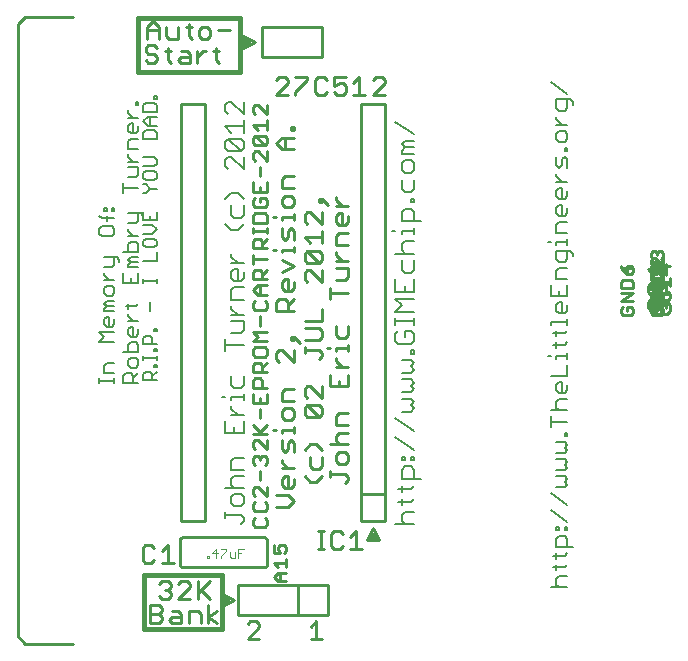
<source format=gbr>
G04 EAGLE Gerber RS-274X export*
G75*
%MOMM*%
%FSLAX34Y34*%
%LPD*%
%INSilkscreen Top*%
%IPPOS*%
%AMOC8*
5,1,8,0,0,1.08239X$1,22.5*%
G01*
%ADD10C,0.254000*%
%ADD11C,0.609600*%
%ADD12C,0.406400*%
%ADD13C,0.279400*%
%ADD14C,0.152400*%
%ADD15C,0.127000*%
%ADD16C,0.000000*%
%ADD17C,0.101600*%


D10*
X135890Y304800D02*
X135890Y284480D01*
X138430Y281940D02*
X207010Y281940D01*
X209550Y284480D02*
X209550Y304800D01*
X207010Y307340D02*
X138430Y307340D01*
X207010Y307340D02*
X207110Y307338D01*
X207209Y307332D01*
X207309Y307322D01*
X207407Y307309D01*
X207506Y307291D01*
X207603Y307270D01*
X207699Y307245D01*
X207795Y307216D01*
X207889Y307183D01*
X207982Y307147D01*
X208073Y307107D01*
X208163Y307063D01*
X208251Y307016D01*
X208337Y306966D01*
X208421Y306912D01*
X208503Y306855D01*
X208582Y306795D01*
X208660Y306731D01*
X208734Y306665D01*
X208806Y306596D01*
X208875Y306524D01*
X208941Y306450D01*
X209005Y306372D01*
X209065Y306293D01*
X209122Y306211D01*
X209176Y306127D01*
X209226Y306041D01*
X209273Y305953D01*
X209317Y305863D01*
X209357Y305772D01*
X209393Y305679D01*
X209426Y305585D01*
X209455Y305489D01*
X209480Y305393D01*
X209501Y305296D01*
X209519Y305197D01*
X209532Y305099D01*
X209542Y304999D01*
X209548Y304900D01*
X209550Y304800D01*
X209550Y284480D02*
X209548Y284380D01*
X209542Y284281D01*
X209532Y284181D01*
X209519Y284083D01*
X209501Y283984D01*
X209480Y283887D01*
X209455Y283791D01*
X209426Y283695D01*
X209393Y283601D01*
X209357Y283508D01*
X209317Y283417D01*
X209273Y283327D01*
X209226Y283239D01*
X209176Y283153D01*
X209122Y283069D01*
X209065Y282987D01*
X209005Y282908D01*
X208941Y282830D01*
X208875Y282756D01*
X208806Y282684D01*
X208734Y282615D01*
X208660Y282549D01*
X208582Y282485D01*
X208503Y282425D01*
X208421Y282368D01*
X208337Y282314D01*
X208251Y282264D01*
X208163Y282217D01*
X208073Y282173D01*
X207982Y282133D01*
X207889Y282097D01*
X207795Y282064D01*
X207699Y282035D01*
X207603Y282010D01*
X207506Y281989D01*
X207407Y281971D01*
X207309Y281958D01*
X207209Y281948D01*
X207110Y281942D01*
X207010Y281940D01*
X138430Y281940D02*
X138330Y281942D01*
X138231Y281948D01*
X138131Y281958D01*
X138033Y281971D01*
X137934Y281989D01*
X137837Y282010D01*
X137741Y282035D01*
X137645Y282064D01*
X137551Y282097D01*
X137458Y282133D01*
X137367Y282173D01*
X137277Y282217D01*
X137189Y282264D01*
X137103Y282314D01*
X137019Y282368D01*
X136937Y282425D01*
X136858Y282485D01*
X136780Y282549D01*
X136706Y282615D01*
X136634Y282684D01*
X136565Y282756D01*
X136499Y282830D01*
X136435Y282908D01*
X136375Y282987D01*
X136318Y283069D01*
X136264Y283153D01*
X136214Y283239D01*
X136167Y283327D01*
X136123Y283417D01*
X136083Y283508D01*
X136047Y283601D01*
X136014Y283695D01*
X135985Y283791D01*
X135960Y283887D01*
X135939Y283984D01*
X135921Y284083D01*
X135908Y284181D01*
X135898Y284281D01*
X135892Y284380D01*
X135890Y284480D01*
X135890Y304800D02*
X135892Y304900D01*
X135898Y304999D01*
X135908Y305099D01*
X135921Y305197D01*
X135939Y305296D01*
X135960Y305393D01*
X135985Y305489D01*
X136014Y305585D01*
X136047Y305679D01*
X136083Y305772D01*
X136123Y305863D01*
X136167Y305953D01*
X136214Y306041D01*
X136264Y306127D01*
X136318Y306211D01*
X136375Y306293D01*
X136435Y306372D01*
X136499Y306450D01*
X136565Y306524D01*
X136634Y306596D01*
X136706Y306665D01*
X136780Y306731D01*
X136858Y306795D01*
X136937Y306855D01*
X137019Y306912D01*
X137103Y306966D01*
X137189Y307016D01*
X137277Y307063D01*
X137367Y307107D01*
X137458Y307147D01*
X137551Y307183D01*
X137645Y307216D01*
X137741Y307245D01*
X137837Y307270D01*
X137934Y307291D01*
X138033Y307309D01*
X138131Y307322D01*
X138231Y307332D01*
X138330Y307338D01*
X138430Y307340D01*
X256540Y713740D02*
X256540Y739140D01*
X205740Y739140D01*
X205740Y713740D01*
X256540Y713740D01*
X185420Y266700D02*
X185420Y241300D01*
X236220Y241300D01*
X261620Y241300D01*
X261620Y266700D01*
X236220Y266700D01*
X185420Y266700D01*
X236220Y266700D02*
X236220Y241300D01*
X5080Y217170D02*
X-1270Y223520D01*
X-1270Y741680D01*
X5080Y748030D01*
X5080Y217170D02*
X45720Y217170D01*
X45720Y748030D02*
X5080Y748030D01*
X157480Y674370D02*
X157480Y321310D01*
X289560Y321310D02*
X289560Y344170D01*
X289560Y674370D01*
X137160Y674370D02*
X137160Y321310D01*
X309880Y321310D02*
X309880Y344170D01*
X309880Y674370D01*
X289560Y674370D01*
X289560Y344170D02*
X309880Y344170D01*
X309880Y321310D02*
X289560Y321310D01*
X157480Y321310D02*
X137160Y321310D01*
X137160Y674370D02*
X157480Y674370D01*
X299720Y314960D02*
X294640Y304800D01*
X304800Y304800D01*
X299720Y314960D01*
D11*
X299720Y308610D02*
X299720Y307340D01*
D10*
X199390Y726440D02*
X189230Y731520D01*
X189230Y721360D01*
X199390Y726440D01*
D11*
X193040Y726440D02*
X191770Y726440D01*
D10*
X171450Y259080D02*
X181610Y254000D01*
X171450Y259080D02*
X171450Y248920D01*
X181610Y254000D01*
D11*
X175260Y254000D02*
X173990Y254000D01*
D12*
X186690Y701040D02*
X102870Y701040D01*
X186690Y701040D02*
X186690Y746760D01*
X100330Y746760D01*
X100330Y701040D01*
X105410Y229870D02*
X171450Y229870D01*
X171450Y275590D01*
X105410Y275590D01*
X105410Y229870D01*
D10*
X541011Y513084D02*
X542706Y514779D01*
X541011Y513084D02*
X541011Y509695D01*
X542706Y508000D01*
X549485Y508000D01*
X551180Y509695D01*
X551180Y513084D01*
X549485Y514779D01*
X544401Y519694D02*
X541011Y523084D01*
X551180Y523084D01*
X551180Y526473D02*
X551180Y519694D01*
X534665Y504194D02*
X533394Y502923D01*
X533394Y500381D01*
X534665Y499110D01*
X539749Y499110D01*
X541020Y500381D01*
X541020Y502923D01*
X539749Y504194D01*
X541020Y508465D02*
X533394Y508465D01*
X541020Y513550D01*
X533394Y513550D01*
X541020Y517820D02*
X541020Y522905D01*
X535936Y522905D02*
X541020Y517820D01*
X535936Y522905D02*
X534665Y522905D01*
X533394Y521634D01*
X533394Y519091D01*
X534665Y517820D01*
X537205Y501654D02*
X535934Y500383D01*
X535934Y497841D01*
X537205Y496570D01*
X542289Y496570D01*
X543560Y497841D01*
X543560Y500383D01*
X542289Y501654D01*
X543560Y505925D02*
X535934Y505925D01*
X543560Y511010D01*
X535934Y511010D01*
X537205Y515280D02*
X535934Y516551D01*
X535934Y519094D01*
X537205Y520365D01*
X538476Y520365D01*
X539747Y519094D01*
X539747Y517823D01*
X539747Y519094D02*
X541018Y520365D01*
X542289Y520365D01*
X543560Y519094D01*
X543560Y516551D01*
X542289Y515280D01*
D13*
X538554Y506696D02*
X536054Y504196D01*
X536054Y499197D01*
X538554Y496697D01*
X548553Y496697D01*
X551053Y499197D01*
X551053Y504196D01*
X548553Y506696D01*
X551053Y513069D02*
X536054Y513069D01*
X551053Y523068D01*
X536054Y523068D01*
X536054Y536940D02*
X551053Y536940D01*
X543554Y529440D02*
X536054Y536940D01*
X543554Y539439D02*
X543554Y529440D01*
D10*
X536356Y508429D02*
X534661Y506734D01*
X534661Y503345D01*
X536356Y501650D01*
X543135Y501650D01*
X544830Y503345D01*
X544830Y506734D01*
X543135Y508429D01*
X539746Y508429D01*
X539746Y505040D01*
X544830Y513344D02*
X534661Y513344D01*
X544830Y520123D01*
X534661Y520123D01*
X534661Y525038D02*
X544830Y525038D01*
X544830Y530122D01*
X543135Y531817D01*
X536356Y531817D01*
X534661Y530122D01*
X534661Y525038D01*
X538051Y536732D02*
X534661Y540121D01*
X544830Y540121D01*
X544830Y536732D02*
X544830Y543511D01*
X536356Y508429D02*
X534661Y506734D01*
X534661Y503345D01*
X536356Y501650D01*
X543135Y501650D01*
X544830Y503345D01*
X544830Y506734D01*
X543135Y508429D01*
X539746Y508429D01*
X539746Y505040D01*
X544830Y513344D02*
X534661Y513344D01*
X544830Y520123D01*
X534661Y520123D01*
X534661Y525038D02*
X544830Y525038D01*
X544830Y530122D01*
X543135Y531817D01*
X536356Y531817D01*
X534661Y530122D01*
X534661Y525038D01*
X544830Y536732D02*
X544830Y543511D01*
X544830Y536732D02*
X538051Y543511D01*
X536356Y543511D01*
X534661Y541816D01*
X534661Y538427D01*
X536356Y536732D01*
X536356Y514779D02*
X534661Y513084D01*
X534661Y509695D01*
X536356Y508000D01*
X543135Y508000D01*
X544830Y509695D01*
X544830Y513084D01*
X543135Y514779D01*
X539746Y514779D01*
X539746Y511390D01*
X544830Y519694D02*
X534661Y519694D01*
X544830Y526473D01*
X534661Y526473D01*
X534661Y531388D02*
X544830Y531388D01*
X544830Y536472D01*
X543135Y538167D01*
X536356Y538167D01*
X534661Y536472D01*
X534661Y531388D01*
X536356Y543082D02*
X534661Y544777D01*
X534661Y548166D01*
X536356Y549861D01*
X538051Y549861D01*
X539746Y548166D01*
X539746Y546471D01*
X539746Y548166D02*
X541440Y549861D01*
X543135Y549861D01*
X544830Y548166D01*
X544830Y544777D01*
X543135Y543082D01*
X510956Y502079D02*
X509261Y500384D01*
X509261Y496995D01*
X510956Y495300D01*
X517735Y495300D01*
X519430Y496995D01*
X519430Y500384D01*
X517735Y502079D01*
X514346Y502079D01*
X514346Y498690D01*
X519430Y506994D02*
X509261Y506994D01*
X519430Y513773D01*
X509261Y513773D01*
X509261Y518688D02*
X519430Y518688D01*
X519430Y523772D01*
X517735Y525467D01*
X510956Y525467D01*
X509261Y523772D01*
X509261Y518688D01*
X509261Y535466D02*
X519430Y535466D01*
X514346Y530382D02*
X509261Y535466D01*
X514346Y537161D02*
X514346Y530382D01*
X536356Y502079D02*
X534661Y500384D01*
X534661Y496995D01*
X536356Y495300D01*
X543135Y495300D01*
X544830Y496995D01*
X544830Y500384D01*
X543135Y502079D01*
X539746Y502079D01*
X539746Y498690D01*
X544830Y506994D02*
X534661Y506994D01*
X544830Y513773D01*
X534661Y513773D01*
X534661Y518688D02*
X544830Y518688D01*
X544830Y523772D01*
X543135Y525467D01*
X536356Y525467D01*
X534661Y523772D01*
X534661Y518688D01*
X534661Y530382D02*
X534661Y537161D01*
X534661Y530382D02*
X539746Y530382D01*
X538051Y533771D01*
X538051Y535466D01*
X539746Y537161D01*
X543135Y537161D01*
X544830Y535466D01*
X544830Y532077D01*
X543135Y530382D01*
X510956Y502079D02*
X509261Y500384D01*
X509261Y496995D01*
X510956Y495300D01*
X517735Y495300D01*
X519430Y496995D01*
X519430Y500384D01*
X517735Y502079D01*
X514346Y502079D01*
X514346Y498690D01*
X519430Y506994D02*
X509261Y506994D01*
X519430Y513773D01*
X509261Y513773D01*
X509261Y518688D02*
X519430Y518688D01*
X519430Y523772D01*
X517735Y525467D01*
X510956Y525467D01*
X509261Y523772D01*
X509261Y518688D01*
X510956Y533771D02*
X509261Y537161D01*
X510956Y533771D02*
X514346Y530382D01*
X517735Y530382D01*
X519430Y532077D01*
X519430Y535466D01*
X517735Y537161D01*
X516040Y537161D01*
X514346Y535466D01*
X514346Y530382D01*
D13*
X547243Y506777D02*
X547243Y501777D01*
X547243Y504277D02*
X532244Y504277D01*
X532244Y501777D02*
X532244Y506777D01*
X532244Y520191D02*
X534744Y522691D01*
X532244Y520191D02*
X532244Y515191D01*
X534744Y512691D01*
X544743Y512691D01*
X547243Y515191D01*
X547243Y520191D01*
X544743Y522691D01*
X537244Y529063D02*
X532244Y534063D01*
X547243Y534063D01*
X547243Y539062D02*
X547243Y529063D01*
D10*
X199805Y324026D02*
X197856Y322077D01*
X197856Y318179D01*
X199805Y316230D01*
X207601Y316230D01*
X209550Y318179D01*
X209550Y322077D01*
X207601Y324026D01*
X197856Y335174D02*
X199805Y337123D01*
X197856Y335174D02*
X197856Y331276D01*
X199805Y329327D01*
X207601Y329327D01*
X209550Y331276D01*
X209550Y335174D01*
X207601Y337123D01*
X209550Y342425D02*
X209550Y350220D01*
X209550Y342425D02*
X201754Y350220D01*
X199805Y350220D01*
X197856Y348271D01*
X197856Y344373D01*
X199805Y342425D01*
X203703Y355522D02*
X203703Y363318D01*
X199805Y368619D02*
X197856Y370568D01*
X197856Y374466D01*
X199805Y376415D01*
X201754Y376415D01*
X203703Y374466D01*
X203703Y372517D01*
X203703Y374466D02*
X205652Y376415D01*
X207601Y376415D01*
X209550Y374466D01*
X209550Y370568D01*
X207601Y368619D01*
X209550Y381716D02*
X209550Y389512D01*
X209550Y381716D02*
X201754Y389512D01*
X199805Y389512D01*
X197856Y387563D01*
X197856Y383665D01*
X199805Y381716D01*
X197856Y394814D02*
X209550Y394814D01*
X205652Y394814D02*
X197856Y402609D01*
X203703Y396762D02*
X209550Y402609D01*
X203703Y407911D02*
X203703Y415707D01*
X197856Y421008D02*
X197856Y428804D01*
X197856Y421008D02*
X209550Y421008D01*
X209550Y428804D01*
X203703Y424906D02*
X203703Y421008D01*
X209550Y434105D02*
X197856Y434105D01*
X197856Y439952D01*
X199805Y441901D01*
X203703Y441901D01*
X205652Y439952D01*
X205652Y434105D01*
X209550Y447203D02*
X197856Y447203D01*
X197856Y453049D01*
X199805Y454998D01*
X203703Y454998D01*
X205652Y453049D01*
X205652Y447203D01*
X205652Y451100D02*
X209550Y454998D01*
X197856Y462249D02*
X197856Y466147D01*
X197856Y462249D02*
X199805Y460300D01*
X207601Y460300D01*
X209550Y462249D01*
X209550Y466147D01*
X207601Y468096D01*
X199805Y468096D01*
X197856Y466147D01*
X197856Y473397D02*
X209550Y473397D01*
X201754Y477295D02*
X197856Y473397D01*
X201754Y477295D02*
X197856Y481193D01*
X209550Y481193D01*
X203703Y486494D02*
X203703Y494290D01*
X197856Y505438D02*
X199805Y507387D01*
X197856Y505438D02*
X197856Y501540D01*
X199805Y499592D01*
X207601Y499592D01*
X209550Y501540D01*
X209550Y505438D01*
X207601Y507387D01*
X209550Y512689D02*
X201754Y512689D01*
X197856Y516587D01*
X201754Y520485D01*
X209550Y520485D01*
X203703Y520485D02*
X203703Y512689D01*
X209550Y525786D02*
X197856Y525786D01*
X197856Y531633D01*
X199805Y533582D01*
X203703Y533582D01*
X205652Y531633D01*
X205652Y525786D01*
X205652Y529684D02*
X209550Y533582D01*
X209550Y542781D02*
X197856Y542781D01*
X197856Y538883D02*
X197856Y546679D01*
X197856Y551981D02*
X209550Y551981D01*
X197856Y551981D02*
X197856Y557827D01*
X199805Y559776D01*
X203703Y559776D01*
X205652Y557827D01*
X205652Y551981D01*
X205652Y555878D02*
X209550Y559776D01*
X209550Y565078D02*
X209550Y568976D01*
X209550Y567027D02*
X197856Y567027D01*
X197856Y565078D02*
X197856Y568976D01*
X197856Y573809D02*
X209550Y573809D01*
X209550Y579656D01*
X207601Y581605D01*
X199805Y581605D01*
X197856Y579656D01*
X197856Y573809D01*
X197856Y592753D02*
X199805Y594702D01*
X197856Y592753D02*
X197856Y588855D01*
X199805Y586907D01*
X207601Y586907D01*
X209550Y588855D01*
X209550Y592753D01*
X207601Y594702D01*
X203703Y594702D01*
X203703Y590804D01*
X197856Y600004D02*
X197856Y607800D01*
X197856Y600004D02*
X209550Y600004D01*
X209550Y607800D01*
X203703Y603902D02*
X203703Y600004D01*
X203703Y613101D02*
X203703Y620897D01*
X209550Y626198D02*
X209550Y633994D01*
X209550Y626198D02*
X201754Y633994D01*
X199805Y633994D01*
X197856Y632045D01*
X197856Y628147D01*
X199805Y626198D01*
X199805Y639296D02*
X207601Y639296D01*
X199805Y639296D02*
X197856Y641244D01*
X197856Y645142D01*
X199805Y647091D01*
X207601Y647091D01*
X209550Y645142D01*
X209550Y641244D01*
X207601Y639296D01*
X199805Y647091D01*
X201754Y652393D02*
X197856Y656291D01*
X209550Y656291D01*
X209550Y652393D02*
X209550Y660189D01*
X209550Y665490D02*
X209550Y673286D01*
X209550Y665490D02*
X201754Y673286D01*
X199805Y673286D01*
X197856Y671337D01*
X197856Y667439D01*
X199805Y665490D01*
D13*
X217284Y332867D02*
X227283Y332867D01*
X232283Y337867D01*
X227283Y342866D01*
X217284Y342866D01*
X232283Y351738D02*
X232283Y356738D01*
X232283Y351738D02*
X229783Y349239D01*
X224784Y349239D01*
X222284Y351738D01*
X222284Y356738D01*
X224784Y359238D01*
X227283Y359238D01*
X227283Y349239D01*
X232283Y365610D02*
X222284Y365610D01*
X227283Y365610D02*
X222284Y370610D01*
X222284Y373110D01*
X232283Y379253D02*
X232283Y386753D01*
X229783Y389252D01*
X227283Y386753D01*
X227283Y381753D01*
X224784Y379253D01*
X222284Y381753D01*
X222284Y389252D01*
X222284Y395625D02*
X222284Y398124D01*
X232283Y398124D01*
X232283Y395625D02*
X232283Y400624D01*
X217284Y398124D02*
X214784Y398124D01*
X232283Y409039D02*
X232283Y414038D01*
X229783Y416538D01*
X224784Y416538D01*
X222284Y414038D01*
X222284Y409039D01*
X224784Y406539D01*
X229783Y406539D01*
X232283Y409039D01*
X232283Y422911D02*
X222284Y422911D01*
X222284Y430410D01*
X224784Y432910D01*
X232283Y432910D01*
X232283Y455654D02*
X232283Y465653D01*
X232283Y455654D02*
X222284Y465653D01*
X219784Y465653D01*
X217284Y463153D01*
X217284Y458154D01*
X219784Y455654D01*
X237283Y472025D02*
X232283Y477025D01*
X229783Y477025D01*
X229783Y474525D01*
X232283Y474525D01*
X232283Y477025D01*
X232283Y499311D02*
X217284Y499311D01*
X217284Y506811D01*
X219784Y509310D01*
X224784Y509310D01*
X227283Y506811D01*
X227283Y499311D01*
X227283Y504311D02*
X232283Y509310D01*
X232283Y518183D02*
X232283Y523182D01*
X232283Y518183D02*
X229783Y515683D01*
X224784Y515683D01*
X222284Y518183D01*
X222284Y523182D01*
X224784Y525682D01*
X227283Y525682D01*
X227283Y515683D01*
X222284Y532054D02*
X232283Y537054D01*
X222284Y542054D01*
X222284Y548426D02*
X222284Y550926D01*
X232283Y550926D01*
X232283Y548426D02*
X232283Y553426D01*
X217284Y550926D02*
X214784Y550926D01*
X232283Y559340D02*
X232283Y566840D01*
X229783Y569339D01*
X227283Y566840D01*
X227283Y561840D01*
X224784Y559340D01*
X222284Y561840D01*
X222284Y569339D01*
X222284Y575712D02*
X222284Y578212D01*
X232283Y578212D01*
X232283Y580711D02*
X232283Y575712D01*
X217284Y578212D02*
X214784Y578212D01*
X232283Y589126D02*
X232283Y594126D01*
X229783Y596625D01*
X224784Y596625D01*
X222284Y594126D01*
X222284Y589126D01*
X224784Y586626D01*
X229783Y586626D01*
X232283Y589126D01*
X232283Y602998D02*
X222284Y602998D01*
X222284Y610497D01*
X224784Y612997D01*
X232283Y612997D01*
X232283Y635741D02*
X222284Y635741D01*
X217284Y640741D01*
X222284Y645740D01*
X232283Y645740D01*
X224784Y645740D02*
X224784Y635741D01*
X229783Y652112D02*
X232283Y652112D01*
X229783Y652112D02*
X229783Y654612D01*
X232283Y654612D01*
X232283Y652112D01*
X256413Y359318D02*
X251413Y354319D01*
X246414Y354319D01*
X241414Y359318D01*
X246414Y367733D02*
X246414Y375232D01*
X246414Y367733D02*
X248914Y365233D01*
X253913Y365233D01*
X256413Y367733D01*
X256413Y375232D01*
X256413Y381605D02*
X251413Y386604D01*
X246414Y386604D01*
X241414Y381605D01*
X243914Y408890D02*
X253913Y408890D01*
X243914Y408890D02*
X241414Y411390D01*
X241414Y416390D01*
X243914Y418890D01*
X253913Y418890D01*
X256413Y416390D01*
X256413Y411390D01*
X253913Y408890D01*
X243914Y418890D01*
X256413Y425262D02*
X256413Y435261D01*
X256413Y425262D02*
X246414Y435261D01*
X243914Y435261D01*
X241414Y432761D01*
X241414Y427762D01*
X243914Y425262D01*
X253913Y458005D02*
X256413Y460505D01*
X256413Y463005D01*
X253913Y465505D01*
X241414Y465505D01*
X241414Y468004D02*
X241414Y463005D01*
X241414Y474377D02*
X253913Y474377D01*
X256413Y476876D01*
X256413Y481876D01*
X253913Y484376D01*
X241414Y484376D01*
X241414Y490748D02*
X256413Y490748D01*
X256413Y500747D01*
X256413Y523491D02*
X256413Y533491D01*
X246414Y533491D02*
X256413Y523491D01*
X246414Y533491D02*
X243914Y533491D01*
X241414Y530991D01*
X241414Y525991D01*
X243914Y523491D01*
X243914Y539863D02*
X253913Y539863D01*
X243914Y539863D02*
X241414Y542363D01*
X241414Y547362D01*
X243914Y549862D01*
X253913Y549862D01*
X256413Y547362D01*
X256413Y542363D01*
X253913Y539863D01*
X243914Y549862D01*
X246414Y556235D02*
X241414Y561234D01*
X256413Y561234D01*
X256413Y556235D02*
X256413Y566234D01*
X256413Y572606D02*
X256413Y582605D01*
X256413Y572606D02*
X246414Y582605D01*
X243914Y582605D01*
X241414Y580105D01*
X241414Y575106D01*
X243914Y572606D01*
X261413Y588978D02*
X256413Y593977D01*
X253913Y593977D01*
X253913Y591477D01*
X256413Y591477D01*
X256413Y593977D01*
X278003Y355687D02*
X275503Y353187D01*
X278003Y355687D02*
X278003Y358187D01*
X275503Y360686D01*
X263004Y360686D01*
X263004Y358187D02*
X263004Y363186D01*
X278003Y372058D02*
X278003Y377058D01*
X275503Y379558D01*
X270504Y379558D01*
X268004Y377058D01*
X268004Y372058D01*
X270504Y369559D01*
X275503Y369559D01*
X278003Y372058D01*
X278003Y385930D02*
X263004Y385930D01*
X268004Y388430D02*
X270504Y385930D01*
X268004Y388430D02*
X268004Y393430D01*
X270504Y395929D01*
X278003Y395929D01*
X278003Y402302D02*
X268004Y402302D01*
X268004Y409801D01*
X270504Y412301D01*
X278003Y412301D01*
X263004Y435045D02*
X263004Y445044D01*
X263004Y435045D02*
X278003Y435045D01*
X278003Y445044D01*
X270504Y440044D02*
X270504Y435045D01*
X268004Y451416D02*
X278003Y451416D01*
X273003Y451416D02*
X268004Y456416D01*
X268004Y458916D01*
X268004Y465059D02*
X268004Y467559D01*
X278003Y467559D01*
X278003Y465059D02*
X278003Y470059D01*
X263004Y467559D02*
X260504Y467559D01*
X268004Y478474D02*
X268004Y485973D01*
X268004Y478474D02*
X270504Y475974D01*
X275503Y475974D01*
X278003Y478474D01*
X278003Y485973D01*
X278003Y513716D02*
X263004Y513716D01*
X263004Y508717D02*
X263004Y518716D01*
X268004Y525088D02*
X275503Y525088D01*
X278003Y527588D01*
X278003Y535088D01*
X268004Y535088D01*
X268004Y541460D02*
X278003Y541460D01*
X273003Y541460D02*
X268004Y546460D01*
X268004Y548959D01*
X268004Y555103D02*
X278003Y555103D01*
X268004Y555103D02*
X268004Y562602D01*
X270504Y565102D01*
X278003Y565102D01*
X278003Y573974D02*
X278003Y578974D01*
X278003Y573974D02*
X275503Y571475D01*
X270504Y571475D01*
X268004Y573974D01*
X268004Y578974D01*
X270504Y581474D01*
X273003Y581474D01*
X273003Y571475D01*
X278003Y587846D02*
X268004Y587846D01*
X273003Y587846D02*
X268004Y592846D01*
X268004Y595345D01*
X108077Y729107D02*
X108077Y739106D01*
X113077Y744106D01*
X118076Y739106D01*
X118076Y729107D01*
X118076Y736606D02*
X108077Y736606D01*
X124449Y739106D02*
X124449Y731607D01*
X126948Y729107D01*
X134448Y729107D01*
X134448Y739106D01*
X143320Y741606D02*
X143320Y731607D01*
X145820Y729107D01*
X145820Y739106D02*
X140820Y739106D01*
X154234Y729107D02*
X159234Y729107D01*
X161734Y731607D01*
X161734Y736606D01*
X159234Y739106D01*
X154234Y739106D01*
X151735Y736606D01*
X151735Y731607D01*
X154234Y729107D01*
X168106Y736606D02*
X178105Y736606D01*
X116806Y721286D02*
X114306Y723786D01*
X109307Y723786D01*
X106807Y721286D01*
X106807Y718786D01*
X109307Y716286D01*
X114306Y716286D01*
X116806Y713787D01*
X116806Y711287D01*
X114306Y708787D01*
X109307Y708787D01*
X106807Y711287D01*
X125678Y711287D02*
X125678Y721286D01*
X125678Y711287D02*
X128178Y708787D01*
X128178Y718786D02*
X123179Y718786D01*
X136593Y718786D02*
X141592Y718786D01*
X144092Y716286D01*
X144092Y708787D01*
X136593Y708787D01*
X134093Y711287D01*
X136593Y713787D01*
X144092Y713787D01*
X150465Y718786D02*
X150465Y708787D01*
X150465Y713787D02*
X155464Y718786D01*
X157964Y718786D01*
X166607Y721286D02*
X166607Y711287D01*
X169107Y708787D01*
X169107Y718786D02*
X164107Y718786D01*
X111766Y300876D02*
X114266Y298376D01*
X111766Y300876D02*
X106767Y300876D01*
X104267Y298376D01*
X104267Y288377D01*
X106767Y285877D01*
X111766Y285877D01*
X114266Y288377D01*
X120639Y295876D02*
X125638Y300876D01*
X125638Y285877D01*
X120639Y285877D02*
X130638Y285877D01*
X252857Y297307D02*
X257857Y297307D01*
X255357Y297307D02*
X255357Y312306D01*
X252857Y312306D02*
X257857Y312306D01*
X271271Y312306D02*
X273771Y309806D01*
X271271Y312306D02*
X266271Y312306D01*
X263771Y309806D01*
X263771Y299807D01*
X266271Y297307D01*
X271271Y297307D01*
X273771Y299807D01*
X280143Y307306D02*
X285143Y312306D01*
X285143Y297307D01*
X290142Y297307D02*
X280143Y297307D01*
X120737Y270396D02*
X118237Y267896D01*
X120737Y270396D02*
X125736Y270396D01*
X128236Y267896D01*
X128236Y265396D01*
X125736Y262896D01*
X123237Y262896D01*
X125736Y262896D02*
X128236Y260397D01*
X128236Y257897D01*
X125736Y255397D01*
X120737Y255397D01*
X118237Y257897D01*
X134609Y255397D02*
X144608Y255397D01*
X134609Y255397D02*
X144608Y265396D01*
X144608Y267896D01*
X142108Y270396D01*
X137108Y270396D01*
X134609Y267896D01*
X150980Y270396D02*
X150980Y255397D01*
X150980Y260397D02*
X160979Y270396D01*
X153480Y262896D02*
X160979Y255397D01*
X110617Y250076D02*
X110617Y235077D01*
X110617Y250076D02*
X118116Y250076D01*
X120616Y247576D01*
X120616Y245076D01*
X118116Y242576D01*
X120616Y240077D01*
X120616Y237577D01*
X118116Y235077D01*
X110617Y235077D01*
X110617Y242576D02*
X118116Y242576D01*
X129488Y245076D02*
X134488Y245076D01*
X136988Y242576D01*
X136988Y235077D01*
X129488Y235077D01*
X126989Y237577D01*
X129488Y240077D01*
X136988Y240077D01*
X143360Y245076D02*
X143360Y235077D01*
X143360Y245076D02*
X150860Y245076D01*
X153359Y242576D01*
X153359Y235077D01*
X159732Y235077D02*
X159732Y250076D01*
X159732Y240077D02*
X167231Y235077D01*
X159732Y240077D02*
X167231Y245076D01*
X193167Y221107D02*
X203166Y221107D01*
X193167Y221107D02*
X203166Y231106D01*
X203166Y233606D01*
X200666Y236106D01*
X195667Y236106D01*
X193167Y233606D01*
X246507Y231106D02*
X251507Y236106D01*
X251507Y221107D01*
X256506Y221107D02*
X246507Y221107D01*
D10*
X226060Y270510D02*
X219281Y270510D01*
X215891Y273900D01*
X219281Y277289D01*
X226060Y277289D01*
X220976Y277289D02*
X220976Y270510D01*
X219281Y282204D02*
X215891Y285594D01*
X226060Y285594D01*
X226060Y288983D02*
X226060Y282204D01*
X215891Y293898D02*
X215891Y300677D01*
X215891Y293898D02*
X220976Y293898D01*
X219281Y297288D01*
X219281Y298982D01*
X220976Y300677D01*
X224365Y300677D01*
X226060Y298982D01*
X226060Y295593D01*
X224365Y293898D01*
D14*
X318248Y318262D02*
X334518Y318262D01*
X326383Y318262D02*
X323671Y320974D01*
X323671Y326397D01*
X326383Y329109D01*
X334518Y329109D01*
X331806Y337345D02*
X320960Y337345D01*
X331806Y337345D02*
X334518Y340057D01*
X323671Y340057D02*
X323671Y334634D01*
X320960Y348260D02*
X331806Y348260D01*
X334518Y350971D01*
X323671Y350971D02*
X323671Y345548D01*
X323671Y356462D02*
X339941Y356462D01*
X323671Y356462D02*
X323671Y364597D01*
X326383Y367309D01*
X331806Y367309D01*
X334518Y364597D01*
X334518Y356462D01*
X323671Y372834D02*
X323671Y375546D01*
X326383Y375546D01*
X326383Y372834D01*
X323671Y372834D01*
X331806Y372834D02*
X331806Y375546D01*
X334518Y375546D01*
X334518Y372834D01*
X331806Y372834D01*
X334518Y381020D02*
X318248Y391866D01*
X318248Y408238D02*
X334518Y397391D01*
X331806Y413763D02*
X323671Y413763D01*
X331806Y413763D02*
X334518Y416474D01*
X331806Y419186D01*
X334518Y421898D01*
X331806Y424609D01*
X323671Y424609D01*
X323671Y430134D02*
X331806Y430134D01*
X334518Y432846D01*
X331806Y435558D01*
X334518Y438269D01*
X331806Y440981D01*
X323671Y440981D01*
X323671Y446506D02*
X331806Y446506D01*
X334518Y449218D01*
X331806Y451929D01*
X334518Y454641D01*
X331806Y457353D01*
X323671Y457353D01*
X331806Y462877D02*
X334518Y462877D01*
X331806Y462877D02*
X331806Y465589D01*
X334518Y465589D01*
X334518Y462877D01*
X318248Y479198D02*
X320960Y481910D01*
X318248Y479198D02*
X318248Y473775D01*
X320960Y471063D01*
X331806Y471063D01*
X334518Y473775D01*
X334518Y479198D01*
X331806Y481910D01*
X326383Y481910D01*
X326383Y476487D01*
X334518Y487435D02*
X334518Y492858D01*
X334518Y490146D02*
X318248Y490146D01*
X318248Y487435D02*
X318248Y492858D01*
X318248Y498349D02*
X334518Y498349D01*
X323671Y503772D02*
X318248Y498349D01*
X323671Y503772D02*
X318248Y509196D01*
X334518Y509196D01*
X318248Y514721D02*
X318248Y525567D01*
X318248Y514721D02*
X334518Y514721D01*
X334518Y525567D01*
X326383Y520144D02*
X326383Y514721D01*
X323671Y533804D02*
X323671Y541939D01*
X323671Y533804D02*
X326383Y531092D01*
X331806Y531092D01*
X334518Y533804D01*
X334518Y541939D01*
X334518Y547464D02*
X318248Y547464D01*
X323671Y550176D02*
X326383Y547464D01*
X323671Y550176D02*
X323671Y555599D01*
X326383Y558310D01*
X334518Y558310D01*
X323671Y563835D02*
X323671Y566547D01*
X334518Y566547D01*
X334518Y563835D02*
X334518Y569259D01*
X318248Y566547D02*
X315536Y566547D01*
X323671Y574750D02*
X339941Y574750D01*
X323671Y574750D02*
X323671Y582885D01*
X326383Y585596D01*
X331806Y585596D01*
X334518Y582885D01*
X334518Y574750D01*
X334518Y591121D02*
X331806Y591121D01*
X331806Y593833D01*
X334518Y593833D01*
X334518Y591121D01*
X323671Y602019D02*
X323671Y610154D01*
X323671Y602019D02*
X326383Y599307D01*
X331806Y599307D01*
X334518Y602019D01*
X334518Y610154D01*
X334518Y618390D02*
X334518Y623814D01*
X331806Y626525D01*
X326383Y626525D01*
X323671Y623814D01*
X323671Y618390D01*
X326383Y615679D01*
X331806Y615679D01*
X334518Y618390D01*
X334518Y632050D02*
X323671Y632050D01*
X323671Y634762D01*
X326383Y637474D01*
X334518Y637474D01*
X326383Y637474D02*
X323671Y640185D01*
X326383Y642897D01*
X334518Y642897D01*
X334518Y648422D02*
X318248Y659268D01*
X449822Y264922D02*
X464058Y264922D01*
X456940Y264922D02*
X454567Y267295D01*
X454567Y272040D01*
X456940Y274413D01*
X464058Y274413D01*
X461685Y281795D02*
X452195Y281795D01*
X461685Y281795D02*
X464058Y284168D01*
X454567Y284168D02*
X454567Y279423D01*
X452195Y291462D02*
X461685Y291462D01*
X464058Y293835D01*
X454567Y293835D02*
X454567Y289090D01*
X454567Y298757D02*
X468803Y298757D01*
X454567Y298757D02*
X454567Y305875D01*
X456940Y308247D01*
X461685Y308247D01*
X464058Y305875D01*
X464058Y298757D01*
X454567Y313257D02*
X454567Y315630D01*
X456940Y315630D01*
X456940Y313257D01*
X454567Y313257D01*
X461685Y313257D02*
X461685Y315630D01*
X464058Y315630D01*
X464058Y313257D01*
X461685Y313257D01*
X464058Y320507D02*
X449822Y329998D01*
X449822Y344499D02*
X464058Y335008D01*
X461685Y349508D02*
X454567Y349508D01*
X461685Y349508D02*
X464058Y351881D01*
X461685Y354254D01*
X464058Y356627D01*
X461685Y358999D01*
X454567Y358999D01*
X454567Y364009D02*
X461685Y364009D01*
X464058Y366382D01*
X461685Y368754D01*
X464058Y371127D01*
X461685Y373500D01*
X454567Y373500D01*
X454567Y378510D02*
X461685Y378510D01*
X464058Y380882D01*
X461685Y383255D01*
X464058Y385628D01*
X461685Y388000D01*
X454567Y388000D01*
X461685Y393010D02*
X464058Y393010D01*
X461685Y393010D02*
X461685Y395383D01*
X464058Y395383D01*
X464058Y393010D01*
X464058Y405006D02*
X449822Y405006D01*
X449822Y409751D02*
X449822Y400260D01*
X449822Y414761D02*
X464058Y414761D01*
X456940Y414761D02*
X454567Y417134D01*
X454567Y421879D01*
X456940Y424252D01*
X464058Y424252D01*
X464058Y431634D02*
X464058Y436379D01*
X464058Y431634D02*
X461685Y429261D01*
X456940Y429261D01*
X454567Y431634D01*
X454567Y436379D01*
X456940Y438752D01*
X459313Y438752D01*
X459313Y429261D01*
X464058Y443762D02*
X449822Y443762D01*
X464058Y443762D02*
X464058Y453253D01*
X454567Y458262D02*
X454567Y460635D01*
X464058Y460635D01*
X464058Y458262D02*
X464058Y463008D01*
X449822Y460635D02*
X447449Y460635D01*
X452195Y470302D02*
X461685Y470302D01*
X464058Y472675D01*
X454567Y472675D02*
X454567Y467929D01*
X452195Y479969D02*
X461685Y479969D01*
X464058Y482342D01*
X454567Y482342D02*
X454567Y477596D01*
X449822Y487264D02*
X449822Y489636D01*
X464058Y489636D01*
X464058Y487264D02*
X464058Y492009D01*
X464058Y499303D02*
X464058Y504049D01*
X464058Y499303D02*
X461685Y496931D01*
X456940Y496931D01*
X454567Y499303D01*
X454567Y504049D01*
X456940Y506421D01*
X459313Y506421D01*
X459313Y496931D01*
X449822Y511431D02*
X449822Y520922D01*
X449822Y511431D02*
X464058Y511431D01*
X464058Y520922D01*
X456940Y516176D02*
X456940Y511431D01*
X454567Y525932D02*
X464058Y525932D01*
X454567Y525932D02*
X454567Y533050D01*
X456940Y535422D01*
X464058Y535422D01*
X468803Y545178D02*
X468803Y547550D01*
X466431Y549923D01*
X454567Y549923D01*
X454567Y542805D01*
X456940Y540432D01*
X461685Y540432D01*
X464058Y542805D01*
X464058Y549923D01*
X454567Y554933D02*
X454567Y557305D01*
X464058Y557305D01*
X464058Y554933D02*
X464058Y559678D01*
X449822Y557305D02*
X447449Y557305D01*
X454567Y564600D02*
X464058Y564600D01*
X454567Y564600D02*
X454567Y571718D01*
X456940Y574090D01*
X464058Y574090D01*
X464058Y581473D02*
X464058Y586218D01*
X464058Y581473D02*
X461685Y579100D01*
X456940Y579100D01*
X454567Y581473D01*
X454567Y586218D01*
X456940Y588591D01*
X459313Y588591D01*
X459313Y579100D01*
X464058Y595973D02*
X464058Y600719D01*
X464058Y595973D02*
X461685Y593601D01*
X456940Y593601D01*
X454567Y595973D01*
X454567Y600719D01*
X456940Y603092D01*
X459313Y603092D01*
X459313Y593601D01*
X464058Y608101D02*
X454567Y608101D01*
X459313Y608101D02*
X454567Y612847D01*
X454567Y615219D01*
X464058Y620185D02*
X464058Y627303D01*
X461685Y629676D01*
X459313Y627303D01*
X459313Y622558D01*
X456940Y620185D01*
X454567Y622558D01*
X454567Y629676D01*
X461685Y634686D02*
X464058Y634686D01*
X461685Y634686D02*
X461685Y637058D01*
X464058Y637058D01*
X464058Y634686D01*
X464058Y644309D02*
X464058Y649054D01*
X461685Y651427D01*
X456940Y651427D01*
X454567Y649054D01*
X454567Y644309D01*
X456940Y641936D01*
X461685Y641936D01*
X464058Y644309D01*
X464058Y656436D02*
X454567Y656436D01*
X459313Y656436D02*
X454567Y661182D01*
X454567Y663554D01*
X468803Y673266D02*
X468803Y675638D01*
X466431Y678011D01*
X454567Y678011D01*
X454567Y670893D01*
X456940Y668520D01*
X461685Y668520D01*
X464058Y670893D01*
X464058Y678011D01*
X464058Y683021D02*
X449822Y692511D01*
D15*
X189865Y320720D02*
X187280Y318135D01*
X189865Y320720D02*
X189865Y323304D01*
X187280Y325889D01*
X174358Y325889D01*
X174358Y328473D02*
X174358Y323304D01*
X189865Y336156D02*
X189865Y341325D01*
X187280Y343909D01*
X182111Y343909D01*
X179527Y341325D01*
X179527Y336156D01*
X182111Y333571D01*
X187280Y333571D01*
X189865Y336156D01*
X189865Y349007D02*
X174358Y349007D01*
X179527Y351592D02*
X182111Y349007D01*
X179527Y351592D02*
X179527Y356761D01*
X182111Y359345D01*
X189865Y359345D01*
X189865Y364443D02*
X179527Y364443D01*
X179527Y372197D01*
X182111Y374781D01*
X189865Y374781D01*
X174358Y395315D02*
X174358Y405653D01*
X174358Y395315D02*
X189865Y395315D01*
X189865Y405653D01*
X182111Y400484D02*
X182111Y395315D01*
X179527Y410751D02*
X189865Y410751D01*
X184696Y410751D02*
X179527Y415920D01*
X179527Y418505D01*
X179527Y423615D02*
X179527Y426199D01*
X189865Y426199D01*
X189865Y423615D02*
X189865Y428784D01*
X174358Y426199D02*
X171773Y426199D01*
X179527Y436490D02*
X179527Y444244D01*
X179527Y436490D02*
X182111Y433905D01*
X187280Y433905D01*
X189865Y436490D01*
X189865Y444244D01*
X189865Y469947D02*
X174358Y469947D01*
X174358Y464778D02*
X174358Y475116D01*
X179527Y480214D02*
X187280Y480214D01*
X189865Y482798D01*
X189865Y490552D01*
X179527Y490552D01*
X179527Y495650D02*
X189865Y495650D01*
X184696Y495650D02*
X179527Y500819D01*
X179527Y503403D01*
X179527Y508513D02*
X189865Y508513D01*
X179527Y508513D02*
X179527Y516267D01*
X182111Y518851D01*
X189865Y518851D01*
X189865Y526534D02*
X189865Y531703D01*
X189865Y526534D02*
X187280Y523949D01*
X182111Y523949D01*
X179527Y526534D01*
X179527Y531703D01*
X182111Y534287D01*
X184696Y534287D01*
X184696Y523949D01*
X189865Y539385D02*
X179527Y539385D01*
X184696Y539385D02*
X179527Y544554D01*
X179527Y547139D01*
X184696Y567685D02*
X189865Y572854D01*
X184696Y567685D02*
X179527Y567685D01*
X174358Y572854D01*
X179527Y580560D02*
X179527Y588313D01*
X179527Y580560D02*
X182111Y577975D01*
X187280Y577975D01*
X189865Y580560D01*
X189865Y588313D01*
X189865Y593411D02*
X184696Y598580D01*
X179527Y598580D01*
X174358Y593411D01*
X189865Y619138D02*
X189865Y629476D01*
X189865Y619138D02*
X179527Y629476D01*
X176942Y629476D01*
X174358Y626892D01*
X174358Y621723D01*
X176942Y619138D01*
X176942Y634574D02*
X187280Y634574D01*
X176942Y634574D02*
X174358Y637159D01*
X174358Y642328D01*
X176942Y644912D01*
X187280Y644912D01*
X189865Y642328D01*
X189865Y637159D01*
X187280Y634574D01*
X176942Y644912D01*
X179527Y650010D02*
X174358Y655179D01*
X189865Y655179D01*
X189865Y650010D02*
X189865Y660348D01*
X189865Y665446D02*
X189865Y675784D01*
X189865Y665446D02*
X179527Y675784D01*
X176942Y675784D01*
X174358Y673200D01*
X174358Y668031D01*
X176942Y665446D01*
D13*
X217297Y682117D02*
X227296Y682117D01*
X217297Y682117D02*
X227296Y692116D01*
X227296Y694616D01*
X224796Y697116D01*
X219797Y697116D01*
X217297Y694616D01*
X233669Y697116D02*
X243668Y697116D01*
X243668Y694616D01*
X233669Y684617D01*
X233669Y682117D01*
X257540Y697116D02*
X260039Y694616D01*
X257540Y697116D02*
X252540Y697116D01*
X250040Y694616D01*
X250040Y684617D01*
X252540Y682117D01*
X257540Y682117D01*
X260039Y684617D01*
X266412Y697116D02*
X276411Y697116D01*
X266412Y697116D02*
X266412Y689616D01*
X271411Y692116D01*
X273911Y692116D01*
X276411Y689616D01*
X276411Y684617D01*
X273911Y682117D01*
X268911Y682117D01*
X266412Y684617D01*
X282783Y692116D02*
X287783Y697116D01*
X287783Y682117D01*
X292782Y682117D02*
X282783Y682117D01*
X299155Y682117D02*
X309154Y682117D01*
X299155Y682117D02*
X309154Y692116D01*
X309154Y694616D01*
X306654Y697116D01*
X301655Y697116D01*
X299155Y694616D01*
D14*
X80518Y441879D02*
X80518Y437642D01*
X80518Y439760D02*
X67807Y439760D01*
X67807Y437642D02*
X67807Y441879D01*
X72044Y446374D02*
X80518Y446374D01*
X72044Y446374D02*
X72044Y452729D01*
X74163Y454847D01*
X80518Y454847D01*
X80518Y472568D02*
X67807Y472568D01*
X72044Y476805D01*
X67807Y481042D01*
X80518Y481042D01*
X80518Y487784D02*
X80518Y492021D01*
X80518Y487784D02*
X78400Y485665D01*
X74163Y485665D01*
X72044Y487784D01*
X72044Y492021D01*
X74163Y494139D01*
X76281Y494139D01*
X76281Y485665D01*
X80518Y498763D02*
X72044Y498763D01*
X72044Y500881D01*
X74163Y502999D01*
X80518Y502999D01*
X74163Y502999D02*
X72044Y505118D01*
X74163Y507236D01*
X80518Y507236D01*
X80518Y513978D02*
X80518Y518215D01*
X78400Y520334D01*
X74163Y520334D01*
X72044Y518215D01*
X72044Y513978D01*
X74163Y511860D01*
X78400Y511860D01*
X80518Y513978D01*
X80518Y524957D02*
X72044Y524957D01*
X76281Y524957D02*
X72044Y529194D01*
X72044Y531312D01*
X72044Y535871D02*
X78400Y535871D01*
X80518Y537990D01*
X80518Y544345D01*
X82636Y544345D02*
X72044Y544345D01*
X82636Y544345D02*
X84755Y542227D01*
X84755Y540108D01*
X67807Y564184D02*
X67807Y568421D01*
X67807Y564184D02*
X69926Y562066D01*
X78400Y562066D01*
X80518Y564184D01*
X80518Y568421D01*
X78400Y570540D01*
X69926Y570540D01*
X67807Y568421D01*
X69926Y577282D02*
X80518Y577282D01*
X69926Y577282D02*
X67807Y579400D01*
X74163Y579400D02*
X74163Y575163D01*
X72044Y583895D02*
X72044Y586013D01*
X74163Y586013D01*
X74163Y583895D01*
X72044Y583895D01*
X78400Y583895D02*
X78400Y586013D01*
X80518Y586013D01*
X80518Y583895D01*
X78400Y583895D01*
X88127Y437642D02*
X100838Y437642D01*
X88127Y437642D02*
X88127Y443997D01*
X90246Y446116D01*
X94483Y446116D01*
X96601Y443997D01*
X96601Y437642D01*
X96601Y441879D02*
X100838Y446116D01*
X100838Y452858D02*
X100838Y457095D01*
X98720Y459213D01*
X94483Y459213D01*
X92364Y457095D01*
X92364Y452858D01*
X94483Y450739D01*
X98720Y450739D01*
X100838Y452858D01*
X100838Y463837D02*
X88127Y463837D01*
X100838Y463837D02*
X100838Y470192D01*
X98720Y472310D01*
X94483Y472310D01*
X92364Y470192D01*
X92364Y463837D01*
X100838Y479052D02*
X100838Y483289D01*
X100838Y479052D02*
X98720Y476934D01*
X94483Y476934D01*
X92364Y479052D01*
X92364Y483289D01*
X94483Y485408D01*
X96601Y485408D01*
X96601Y476934D01*
X100838Y490031D02*
X92364Y490031D01*
X96601Y490031D02*
X92364Y494268D01*
X92364Y496386D01*
X90246Y503064D02*
X98720Y503064D01*
X100838Y505182D01*
X92364Y505182D02*
X92364Y500945D01*
X88127Y522774D02*
X88127Y531248D01*
X88127Y522774D02*
X100838Y522774D01*
X100838Y531248D01*
X94483Y527011D02*
X94483Y522774D01*
X92364Y535871D02*
X100838Y535871D01*
X92364Y535871D02*
X92364Y537990D01*
X94483Y540108D01*
X100838Y540108D01*
X94483Y540108D02*
X92364Y542227D01*
X94483Y544345D01*
X100838Y544345D01*
X100838Y548969D02*
X88127Y548969D01*
X100838Y548969D02*
X100838Y555324D01*
X98720Y557443D01*
X94483Y557443D01*
X92364Y555324D01*
X92364Y548969D01*
X92364Y562066D02*
X100838Y562066D01*
X96601Y562066D02*
X92364Y566303D01*
X92364Y568421D01*
X92364Y572980D02*
X98720Y572980D01*
X100838Y575099D01*
X100838Y581454D01*
X102956Y581454D02*
X92364Y581454D01*
X102956Y581454D02*
X105075Y579336D01*
X105075Y577217D01*
X100838Y603412D02*
X88127Y603412D01*
X88127Y599175D02*
X88127Y607649D01*
X92364Y612272D02*
X98720Y612272D01*
X100838Y614390D01*
X100838Y620746D01*
X92364Y620746D01*
X92364Y625369D02*
X100838Y625369D01*
X96601Y625369D02*
X92364Y629606D01*
X92364Y631725D01*
X92364Y636284D02*
X100838Y636284D01*
X92364Y636284D02*
X92364Y642639D01*
X94483Y644758D01*
X100838Y644758D01*
X100838Y651499D02*
X100838Y655736D01*
X100838Y651499D02*
X98720Y649381D01*
X94483Y649381D01*
X92364Y651499D01*
X92364Y655736D01*
X94483Y657855D01*
X96601Y657855D01*
X96601Y649381D01*
X100838Y662478D02*
X92364Y662478D01*
X96601Y662478D02*
X92364Y666715D01*
X92364Y668834D01*
X98720Y673393D02*
X100838Y673393D01*
X98720Y673393D02*
X98720Y675511D01*
X100838Y675511D01*
X100838Y673393D01*
D15*
X105019Y440055D02*
X116205Y440055D01*
X105019Y440055D02*
X105019Y445648D01*
X106884Y447512D01*
X110612Y447512D01*
X112477Y445648D01*
X112477Y440055D01*
X112477Y443784D02*
X116205Y447512D01*
X116205Y451515D02*
X114341Y451515D01*
X114341Y453379D01*
X116205Y453379D01*
X116205Y451515D01*
X116205Y457245D02*
X116205Y460974D01*
X116205Y459109D02*
X105019Y459109D01*
X105019Y457245D02*
X105019Y460974D01*
X114341Y464885D02*
X116205Y464885D01*
X114341Y464885D02*
X114341Y466749D01*
X116205Y466749D01*
X116205Y464885D01*
X116205Y470615D02*
X105019Y470615D01*
X105019Y476208D01*
X106884Y478072D01*
X110612Y478072D01*
X112477Y476208D01*
X112477Y470615D01*
X114341Y482075D02*
X116205Y482075D01*
X114341Y482075D02*
X114341Y483940D01*
X116205Y483940D01*
X116205Y482075D01*
X110612Y499265D02*
X110612Y506722D01*
X116205Y522186D02*
X116205Y525914D01*
X116205Y524050D02*
X105019Y524050D01*
X105019Y522186D02*
X105019Y525914D01*
X105019Y541286D02*
X116205Y541286D01*
X116205Y548743D01*
X105019Y554610D02*
X105019Y558339D01*
X105019Y554610D02*
X106884Y552746D01*
X114341Y552746D01*
X116205Y554610D01*
X116205Y558339D01*
X114341Y560203D01*
X106884Y560203D01*
X105019Y558339D01*
X105019Y564206D02*
X112477Y564206D01*
X116205Y567934D01*
X112477Y571663D01*
X105019Y571663D01*
X105019Y575666D02*
X105019Y583123D01*
X105019Y575666D02*
X116205Y575666D01*
X116205Y583123D01*
X110612Y579395D02*
X110612Y575666D01*
X106884Y598586D02*
X105019Y598586D01*
X106884Y598586D02*
X110612Y602315D01*
X106884Y606043D01*
X105019Y606043D01*
X110612Y602315D02*
X116205Y602315D01*
X105019Y611911D02*
X105019Y615639D01*
X105019Y611911D02*
X106884Y610046D01*
X114341Y610046D01*
X116205Y611911D01*
X116205Y615639D01*
X114341Y617503D01*
X106884Y617503D01*
X105019Y615639D01*
X105019Y621506D02*
X114341Y621506D01*
X116205Y623371D01*
X116205Y627099D01*
X114341Y628963D01*
X105019Y628963D01*
X105019Y644427D02*
X116205Y644427D01*
X116205Y650019D01*
X114341Y651884D01*
X106884Y651884D01*
X105019Y650019D01*
X105019Y644427D01*
X108748Y655887D02*
X116205Y655887D01*
X108748Y655887D02*
X105019Y659615D01*
X108748Y663344D01*
X116205Y663344D01*
X110612Y663344D02*
X110612Y655887D01*
X105019Y667347D02*
X116205Y667347D01*
X116205Y672940D01*
X114341Y674804D01*
X106884Y674804D01*
X105019Y672940D01*
X105019Y667347D01*
X114341Y678807D02*
X116205Y678807D01*
X114341Y678807D02*
X114341Y680671D01*
X116205Y680671D01*
X116205Y678807D01*
D14*
X157480Y674370D02*
X157480Y321310D01*
X289560Y321310D02*
X289560Y674370D01*
X137160Y674370D02*
X137160Y321310D01*
X309880Y321310D02*
X309880Y344170D01*
X309880Y674370D01*
X289560Y674370D01*
X289560Y344170D02*
X309880Y344170D01*
X309880Y321310D02*
X289560Y321310D01*
X157480Y321310D02*
X137160Y321310D01*
X137160Y674370D02*
X157480Y674370D01*
D10*
X256540Y713740D02*
X256540Y739140D01*
X205740Y739140D01*
X205740Y713740D01*
X256540Y713740D01*
X185420Y266700D02*
X185420Y241300D01*
X236220Y241300D01*
X261620Y241300D01*
X261620Y266700D01*
X236220Y266700D01*
X185420Y266700D01*
X236220Y266700D02*
X236220Y241300D01*
D16*
X5080Y217170D02*
X-1270Y223520D01*
X-1270Y741680D01*
X5080Y748030D01*
X5080Y217170D02*
X45720Y217170D01*
X45720Y748030D02*
X5080Y748030D01*
D14*
X135890Y304800D02*
X135890Y284480D01*
X138430Y281940D02*
X207010Y281940D01*
X209550Y284480D02*
X209550Y304800D01*
X207010Y307340D02*
X138430Y307340D01*
X207010Y307340D02*
X207110Y307338D01*
X207209Y307332D01*
X207309Y307322D01*
X207407Y307309D01*
X207506Y307291D01*
X207603Y307270D01*
X207699Y307245D01*
X207795Y307216D01*
X207889Y307183D01*
X207982Y307147D01*
X208073Y307107D01*
X208163Y307063D01*
X208251Y307016D01*
X208337Y306966D01*
X208421Y306912D01*
X208503Y306855D01*
X208582Y306795D01*
X208660Y306731D01*
X208734Y306665D01*
X208806Y306596D01*
X208875Y306524D01*
X208941Y306450D01*
X209005Y306372D01*
X209065Y306293D01*
X209122Y306211D01*
X209176Y306127D01*
X209226Y306041D01*
X209273Y305953D01*
X209317Y305863D01*
X209357Y305772D01*
X209393Y305679D01*
X209426Y305585D01*
X209455Y305489D01*
X209480Y305393D01*
X209501Y305296D01*
X209519Y305197D01*
X209532Y305099D01*
X209542Y304999D01*
X209548Y304900D01*
X209550Y304800D01*
X209550Y284480D02*
X209548Y284380D01*
X209542Y284281D01*
X209532Y284181D01*
X209519Y284083D01*
X209501Y283984D01*
X209480Y283887D01*
X209455Y283791D01*
X209426Y283695D01*
X209393Y283601D01*
X209357Y283508D01*
X209317Y283417D01*
X209273Y283327D01*
X209226Y283239D01*
X209176Y283153D01*
X209122Y283069D01*
X209065Y282987D01*
X209005Y282908D01*
X208941Y282830D01*
X208875Y282756D01*
X208806Y282684D01*
X208734Y282615D01*
X208660Y282549D01*
X208582Y282485D01*
X208503Y282425D01*
X208421Y282368D01*
X208337Y282314D01*
X208251Y282264D01*
X208163Y282217D01*
X208073Y282173D01*
X207982Y282133D01*
X207889Y282097D01*
X207795Y282064D01*
X207699Y282035D01*
X207603Y282010D01*
X207506Y281989D01*
X207407Y281971D01*
X207309Y281958D01*
X207209Y281948D01*
X207110Y281942D01*
X207010Y281940D01*
X138430Y281940D02*
X138330Y281942D01*
X138231Y281948D01*
X138131Y281958D01*
X138033Y281971D01*
X137934Y281989D01*
X137837Y282010D01*
X137741Y282035D01*
X137645Y282064D01*
X137551Y282097D01*
X137458Y282133D01*
X137367Y282173D01*
X137277Y282217D01*
X137189Y282264D01*
X137103Y282314D01*
X137019Y282368D01*
X136937Y282425D01*
X136858Y282485D01*
X136780Y282549D01*
X136706Y282615D01*
X136634Y282684D01*
X136565Y282756D01*
X136499Y282830D01*
X136435Y282908D01*
X136375Y282987D01*
X136318Y283069D01*
X136264Y283153D01*
X136214Y283239D01*
X136167Y283327D01*
X136123Y283417D01*
X136083Y283508D01*
X136047Y283601D01*
X136014Y283695D01*
X135985Y283791D01*
X135960Y283887D01*
X135939Y283984D01*
X135921Y284083D01*
X135908Y284181D01*
X135898Y284281D01*
X135892Y284380D01*
X135890Y284480D01*
X135890Y304800D02*
X135892Y304900D01*
X135898Y304999D01*
X135908Y305099D01*
X135921Y305197D01*
X135939Y305296D01*
X135960Y305393D01*
X135985Y305489D01*
X136014Y305585D01*
X136047Y305679D01*
X136083Y305772D01*
X136123Y305863D01*
X136167Y305953D01*
X136214Y306041D01*
X136264Y306127D01*
X136318Y306211D01*
X136375Y306293D01*
X136435Y306372D01*
X136499Y306450D01*
X136565Y306524D01*
X136634Y306596D01*
X136706Y306665D01*
X136780Y306731D01*
X136858Y306795D01*
X136937Y306855D01*
X137019Y306912D01*
X137103Y306966D01*
X137189Y307016D01*
X137277Y307063D01*
X137367Y307107D01*
X137458Y307147D01*
X137551Y307183D01*
X137645Y307216D01*
X137741Y307245D01*
X137837Y307270D01*
X137934Y307291D01*
X138033Y307309D01*
X138131Y307322D01*
X138231Y307332D01*
X138330Y307338D01*
X138430Y307340D01*
D17*
X159258Y291254D02*
X159258Y290068D01*
X159258Y291254D02*
X160444Y291254D01*
X160444Y290068D01*
X159258Y290068D01*
X166559Y290068D02*
X166559Y297186D01*
X163000Y293627D01*
X167745Y293627D01*
X170484Y297186D02*
X175230Y297186D01*
X175230Y296000D01*
X170484Y291254D01*
X170484Y290068D01*
X177968Y291254D02*
X177968Y294813D01*
X177968Y291254D02*
X179155Y290068D01*
X182714Y290068D01*
X182714Y294813D01*
X185453Y297186D02*
X185453Y290068D01*
X185453Y297186D02*
X190198Y297186D01*
X187825Y293627D02*
X185453Y293627D01*
M02*

</source>
